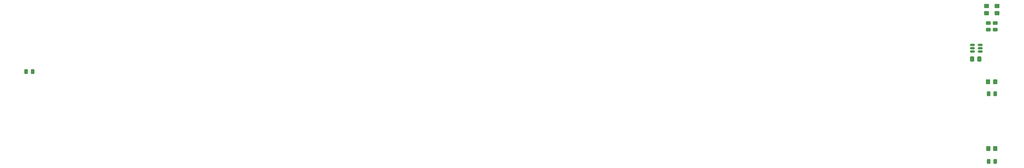
<source format=gbr>
%TF.GenerationSoftware,KiCad,Pcbnew,8.0.1*%
%TF.CreationDate,2024-06-22T21:57:47+10:00*%
%TF.ProjectId,A600KBv2,41363030-4b42-4763-922e-6b696361645f,rev?*%
%TF.SameCoordinates,Original*%
%TF.FileFunction,Paste,Top*%
%TF.FilePolarity,Positive*%
%FSLAX46Y46*%
G04 Gerber Fmt 4.6, Leading zero omitted, Abs format (unit mm)*
G04 Created by KiCad (PCBNEW 8.0.1) date 2024-06-22 21:57:47*
%MOMM*%
%LPD*%
G01*
G04 APERTURE LIST*
G04 Aperture macros list*
%AMRoundRect*
0 Rectangle with rounded corners*
0 $1 Rounding radius*
0 $2 $3 $4 $5 $6 $7 $8 $9 X,Y pos of 4 corners*
0 Add a 4 corners polygon primitive as box body*
4,1,4,$2,$3,$4,$5,$6,$7,$8,$9,$2,$3,0*
0 Add four circle primitives for the rounded corners*
1,1,$1+$1,$2,$3*
1,1,$1+$1,$4,$5*
1,1,$1+$1,$6,$7*
1,1,$1+$1,$8,$9*
0 Add four rect primitives between the rounded corners*
20,1,$1+$1,$2,$3,$4,$5,0*
20,1,$1+$1,$4,$5,$6,$7,0*
20,1,$1+$1,$6,$7,$8,$9,0*
20,1,$1+$1,$8,$9,$2,$3,0*%
G04 Aperture macros list end*
%ADD10RoundRect,0.250000X0.450000X-0.350000X0.450000X0.350000X-0.450000X0.350000X-0.450000X-0.350000X0*%
%ADD11RoundRect,0.243750X-0.243750X-0.456250X0.243750X-0.456250X0.243750X0.456250X-0.243750X0.456250X0*%
%ADD12RoundRect,0.250000X-0.350000X-0.450000X0.350000X-0.450000X0.350000X0.450000X-0.350000X0.450000X0*%
%ADD13RoundRect,0.243750X0.456250X-0.243750X0.456250X0.243750X-0.456250X0.243750X-0.456250X-0.243750X0*%
%ADD14RoundRect,0.243750X0.243750X0.456250X-0.243750X0.456250X-0.243750X-0.456250X0.243750X-0.456250X0*%
%ADD15RoundRect,0.250000X0.337500X0.475000X-0.337500X0.475000X-0.337500X-0.475000X0.337500X-0.475000X0*%
%ADD16RoundRect,0.150000X-0.512500X-0.150000X0.512500X-0.150000X0.512500X0.150000X-0.512500X0.150000X0*%
G04 APERTURE END LIST*
D10*
%TO.C,R5*%
X347000000Y-95000000D03*
X347000000Y-93000000D03*
%TD*%
D11*
%TO.C,D5*%
X344628388Y-136961859D03*
X346503388Y-136961859D03*
%TD*%
D12*
%TO.C,R3*%
X344511041Y-133277331D03*
X346511041Y-133277331D03*
%TD*%
D13*
%TO.C,D3*%
X344551296Y-99688098D03*
X344551296Y-97813098D03*
%TD*%
D14*
%TO.C,D2*%
X74714461Y-111490353D03*
X72839461Y-111490353D03*
%TD*%
D15*
%TO.C,C1*%
X342000000Y-108000000D03*
X339925000Y-108000000D03*
%TD*%
D11*
%TO.C,D4*%
X344586849Y-117770853D03*
X346461849Y-117770853D03*
%TD*%
D10*
%TO.C,R4*%
X344000000Y-95000000D03*
X344000000Y-93000000D03*
%TD*%
D12*
%TO.C,R2*%
X344476039Y-114396888D03*
X346476039Y-114396888D03*
%TD*%
D16*
%TO.C,U1*%
X340000000Y-104000000D03*
X340000000Y-104950000D03*
X340000000Y-105900000D03*
X342275000Y-105900000D03*
X342275000Y-104950000D03*
X342275000Y-104000000D03*
%TD*%
D13*
%TO.C,D1*%
X346463297Y-99688098D03*
X346463297Y-97813098D03*
%TD*%
M02*

</source>
